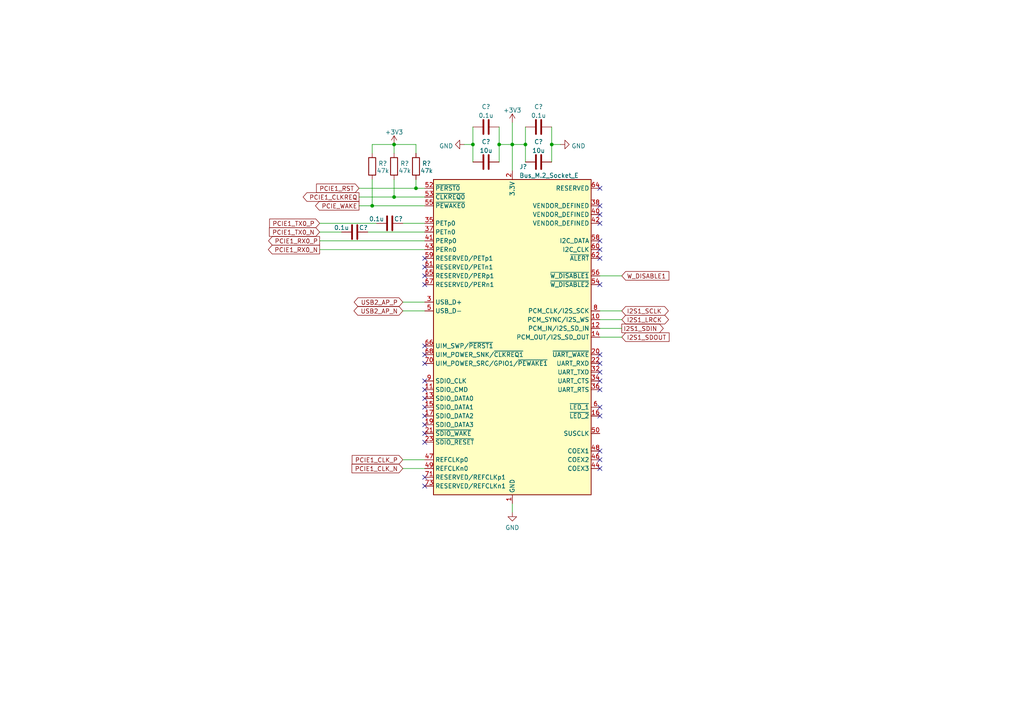
<source format=kicad_sch>
(kicad_sch (version 20211123) (generator eeschema)
  (paper "A4")
  (lib_symbols
    (symbol "Connector:Bus_M.2_Socket_E"
      (property "Reference" "J" (at -22.86 46.99 0))
      (property "Value" "Bus_M.2_Socket_E" (at 16.51 46.99 0))
      (symbol "Bus_M.2_Socket_E_0_1"
        (rectangle (start -22.86 45.72) (end 22.86 -45.72) (stroke (width 0.254)) (fill (type background)))
      )
      (symbol "Bus_M.2_Socket_E_1_1"
        (pin power_in line (at 0 -48.26 90) (length 2.54) (name "GND") (number "1"))
        (pin bidirectional line (at 25.4 5.08 180) (length 2.54) (name "PCM_SYNC/I2S_WS") (number "10"))
        (pin bidirectional line (at -25.4 -15.24 0) (length 2.54) (name "SDIO_CMD") (number "11"))
        (pin input line (at 25.4 2.54 180) (length 2.54) (name "PCM_IN/I2S_SD_IN") (number "12"))
        (pin bidirectional line (at -25.4 -17.78 0) (length 2.54) (name "SDIO_DATA0") (number "13"))
        (pin output line (at 25.4 0 180) (length 2.54) (name "PCM_OUT/I2S_SD_OUT") (number "14"))
        (pin bidirectional line (at -25.4 -20.32 0) (length 2.54) (name "SDIO_DATA1") (number "15"))
        (pin open_collector line (at 25.4 -22.86 180) (length 2.54) (name "~{LED_2}") (number "16"))
        (pin bidirectional line (at -25.4 -22.86 0) (length 2.54) (name "SDIO_DATA2") (number "17"))
        (pin passive line (at 0 -48.26 90) (length 2.54) hide (name "GND") (number "18"))
        (pin bidirectional line (at -25.4 -25.4 0) (length 2.54) (name "SDIO_DATA3") (number "19"))
        (pin power_in line (at 0 48.26 270) (length 2.54) (name "3.3V") (number "2"))
        (pin input line (at 25.4 -5.08 180) (length 2.54) (name "~{UART_WAKE}") (number "20"))
        (pin input line (at -25.4 -27.94 0) (length 2.54) (name "~{SDIO_WAKE}") (number "21"))
        (pin input line (at 25.4 -7.62 180) (length 2.54) (name "UART_RXD") (number "22"))
        (pin output line (at -25.4 -30.48 0) (length 2.54) (name "~{SDIO_RESET}") (number "23"))
        (pin bidirectional line (at -25.4 10.16 0) (length 2.54) (name "USB_D+") (number "3"))
        (pin output line (at 25.4 -10.16 180) (length 2.54) (name "UART_TXD") (number "32"))
        (pin passive line (at 0 -48.26 90) (length 2.54) hide (name "GND") (number "33"))
        (pin input line (at 25.4 -12.7 180) (length 2.54) (name "UART_CTS") (number "34"))
        (pin output line (at -25.4 33.02 0) (length 2.54) (name "PETp0") (number "35"))
        (pin output line (at 25.4 -15.24 180) (length 2.54) (name "UART_RTS") (number "36"))
        (pin output line (at -25.4 30.48 0) (length 2.54) (name "PETn0") (number "37"))
        (pin passive line (at 25.4 38.1 180) (length 2.54) (name "VENDOR_DEFINED") (number "38"))
        (pin passive line (at 0 -48.26 90) (length 2.54) hide (name "GND") (number "39"))
        (pin passive line (at 0 48.26 270) (length 2.54) hide (name "3.3V") (number "4"))
        (pin passive line (at 25.4 35.56 180) (length 2.54) (name "VENDOR_DEFINED") (number "40"))
        (pin input line (at -25.4 27.94 0) (length 2.54) (name "PERp0") (number "41"))
        (pin passive line (at 25.4 33.02 180) (length 2.54) (name "VENDOR_DEFINED") (number "42"))
        (pin input line (at -25.4 25.4 0) (length 2.54) (name "PERn0") (number "43"))
        (pin bidirectional line (at 25.4 -38.1 180) (length 2.54) (name "COEX3") (number "44"))
        (pin passive line (at 0 -48.26 90) (length 2.54) hide (name "GND") (number "45"))
        (pin bidirectional line (at 25.4 -35.56 180) (length 2.54) (name "COEX2") (number "46"))
        (pin output line (at -25.4 -35.56 0) (length 2.54) (name "REFCLKp0") (number "47"))
        (pin bidirectional line (at 25.4 -33.02 180) (length 2.54) (name "COEX1") (number "48"))
        (pin output line (at -25.4 -38.1 0) (length 2.54) (name "REFCLKn0") (number "49"))
        (pin bidirectional line (at -25.4 7.62 0) (length 2.54) (name "USB_D-") (number "5"))
        (pin output line (at 25.4 -27.94 180) (length 2.54) (name "SUSCLK") (number "50"))
        (pin passive line (at 0 -48.26 90) (length 2.54) hide (name "GND") (number "51"))
        (pin output line (at -25.4 43.18 0) (length 2.54) (name "~{PERST0}") (number "52"))
        (pin bidirectional line (at -25.4 40.64 0) (length 2.54) (name "~{CLKREQ0}") (number "53"))
        (pin output line (at 25.4 15.24 180) (length 2.54) (name "~{W_DISABLE2}") (number "54"))
        (pin bidirectional line (at -25.4 38.1 0) (length 2.54) (name "~{PEWAKE0}") (number "55"))
        (pin output line (at 25.4 17.78 180) (length 2.54) (name "~{W_DISABLE1}") (number "56"))
        (pin passive line (at 0 -48.26 90) (length 2.54) hide (name "GND") (number "57"))
        (pin bidirectional line (at 25.4 27.94 180) (length 2.54) (name "I2C_DATA") (number "58"))
        (pin output line (at -25.4 22.86 0) (length 2.54) (name "RESERVED/PETp1") (number "59"))
        (pin open_collector line (at 25.4 -20.32 180) (length 2.54) (name "~{LED_1}") (number "6"))
        (pin output line (at 25.4 25.4 180) (length 2.54) (name "I2C_CLK") (number "60"))
        (pin output line (at -25.4 20.32 0) (length 2.54) (name "RESERVED/PETn1") (number "61"))
        (pin input line (at 25.4 22.86 180) (length 2.54) (name "~{ALERT}") (number "62"))
        (pin passive line (at 0 -48.26 90) (length 2.54) hide (name "GND") (number "63"))
        (pin passive line (at 25.4 43.18 180) (length 2.54) (name "RESERVED") (number "64"))
        (pin input line (at -25.4 17.78 0) (length 2.54) (name "RESERVED/PERp1") (number "65"))
        (pin output line (at -25.4 -2.54 0) (length 2.54) (name "UIM_SWP/~{PERST1}") (number "66"))
        (pin input line (at -25.4 15.24 0) (length 2.54) (name "RESERVED/PERn1") (number "67"))
        (pin bidirectional line (at -25.4 -5.08 0) (length 2.54) (name "UIM_POWER_SNK/~{CLKREQ1}") (number "68"))
        (pin passive line (at 0 -48.26 90) (length 2.54) hide (name "GND") (number "69"))
        (pin passive line (at 0 -48.26 90) (length 2.54) hide (name "GND") (number "7"))
        (pin bidirectional line (at -25.4 -7.62 0) (length 2.54) (name "UIM_POWER_SRC/GPIO1/~{PEWAKE1}") (number "70"))
        (pin output line (at -25.4 -40.64 0) (length 2.54) (name "RESERVED/REFCLKp1") (number "71"))
        (pin passive line (at 0 48.26 270) (length 2.54) hide (name "3.3V") (number "72"))
        (pin output line (at -25.4 -43.18 0) (length 2.54) (name "RESERVED/REFCLKn1") (number "73"))
        (pin passive line (at 0 48.26 270) (length 2.54) hide (name "3.3V") (number "74"))
        (pin passive line (at 0 -48.26 90) (length 2.54) hide (name "GND") (number "75"))
        (pin bidirectional line (at 25.4 7.62 180) (length 2.54) (name "PCM_CLK/I2S_SCK") (number "8"))
        (pin output line (at -25.4 -12.7 0) (length 2.54) (name "SDIO_CLK") (number "9"))
      )
    )
    (symbol "Device:C" (pin_numbers hide) (pin_names (offset 0.254))
      (property "Reference" "C" (at 0.635 2.54 0))
      (property "Value" "C" (at 0.635 -2.54 0))
      (symbol "C_0_1"
        (polyline (pts (xy -2.032 -0.762) (xy 2.032 -0.762)) (stroke (width 0.508)))
        (polyline (pts (xy -2.032 0.762) (xy 2.032 0.762)) (stroke (width 0.508)))
      )
      (symbol "C_1_1"
        (pin passive line (at 0 3.81 270) (length 2.794) (name "~") (number "1"))
        (pin passive line (at 0 -3.81 90) (length 2.794) (name "~") (number "2"))
      )
    )
    (symbol "Device:R" (pin_numbers hide) (pin_names (offset 0))
      (property "Reference" "R" (at 2.032 0 90))
      (property "Value" "R" (at 0 0 90))
      (symbol "R_0_1"
        (rectangle (start -1.016 -2.54) (end 1.016 2.54) (stroke (width 0.254)))
      )
      (symbol "R_1_1"
        (pin passive line (at 0 3.81 270) (length 1.27) (name "~") (number "1"))
        (pin passive line (at 0 -3.81 90) (length 1.27) (name "~") (number "2"))
      )
    )
    (symbol "power:+3.3V" (power) (pin_names (offset 0))
      (property "Value" "+3.3V" (at 0 3.556 0))
      (symbol "+3.3V_0_1"
        (polyline (pts (xy -0.762 1.27) (xy 0 2.54)))
        (polyline (pts (xy 0 0) (xy 0 2.54)))
        (polyline (pts (xy 0 2.54) (xy 0.762 1.27)))
      )
      (symbol "+3.3V_1_1"
        (pin power_in line (at 0 0 90) (length 0) hide (name "+3V3") (number "1"))
      )
    )
    (symbol "power:GND" (power) (pin_names (offset 0))
      (property "Value" "GND" (at 0 -3.81 0))
      (symbol "GND_0_1"
        (polyline (pts (xy 0 0) (xy 0 -1.27) (xy 1.27 -1.27) (xy 0 -2.54) (xy -1.27 -1.27) (xy 0 -1.27)))
      )
      (symbol "GND_1_1"
        (pin power_in line (at 0 0 270) (length 0) hide (name "GND") (number "1"))
      )
    )
  )
  (junction (at 137.16 41.91))
  (junction (at 144.78 41.91))
  (junction (at 148.59 41.91))
  (junction (at 114.3 41.91))
  (junction (at 114.3 57.15))
  (junction (at 152.4 41.91))
  (junction (at 160.02 41.91))
  (junction (at 120.65 54.61))
  (junction (at 107.95 59.69))
  (no_connect (at 123.19 140.97))
  (no_connect (at 123.19 138.43))
  (no_connect (at 123.19 82.55))
  (no_connect (at 123.19 80.01))
  (no_connect (at 123.19 77.47))
  (no_connect (at 123.19 74.93))
  (no_connect (at 173.99 130.81))
  (no_connect (at 173.99 133.35))
  (no_connect (at 173.99 135.89))
  (no_connect (at 173.99 120.65))
  (no_connect (at 173.99 118.11))
  (no_connect (at 123.19 100.33))
  (no_connect (at 123.19 102.87))
  (no_connect (at 123.19 105.41))
  (no_connect (at 173.99 59.69))
  (no_connect (at 173.99 54.61))
  (no_connect (at 173.99 64.77))
  (no_connect (at 173.99 62.23))
  (no_connect (at 173.99 72.39))
  (no_connect (at 173.99 69.85))
  (no_connect (at 173.99 102.87))
  (no_connect (at 173.99 105.41))
  (no_connect (at 173.99 107.95))
  (no_connect (at 173.99 110.49))
  (no_connect (at 173.99 113.03))
  (no_connect (at 173.99 82.55))
  (no_connect (at 173.99 74.93))
  (no_connect (at 123.19 115.57))
  (no_connect (at 123.19 113.03))
  (no_connect (at 123.19 110.49))
  (no_connect (at 123.19 123.19))
  (no_connect (at 123.19 120.65))
  (no_connect (at 123.19 118.11))
  (no_connect (at 123.19 128.27))
  (no_connect (at 123.19 125.73))
  (wire (pts (xy 120.65 44.45) (xy 120.65 41.91)))
  (wire (pts (xy 173.99 80.01) (xy 180.34 80.01)))
  (wire (pts (xy 148.59 146.05) (xy 148.59 148.59)))
  (wire (pts (xy 116.84 87.63) (xy 123.19 87.63)))
  (wire (pts (xy 120.65 41.91) (xy 114.3 41.91)))
  (wire (pts (xy 104.14 59.69) (xy 107.95 59.69)))
  (wire (pts (xy 114.3 52.07) (xy 114.3 57.15)))
  (wire (pts (xy 116.84 90.17) (xy 123.19 90.17)))
  (wire (pts (xy 137.16 36.83) (xy 137.16 41.91)))
  (wire (pts (xy 107.95 44.45) (xy 107.95 41.91)))
  (wire (pts (xy 160.02 41.91) (xy 162.56 41.91)))
  (wire (pts (xy 92.71 69.85) (xy 123.19 69.85)))
  (wire (pts (xy 116.84 133.35) (xy 123.19 133.35)))
  (wire (pts (xy 106.68 67.31) (xy 123.19 67.31)))
  (wire (pts (xy 144.78 41.91) (xy 148.59 41.91)))
  (wire (pts (xy 120.65 54.61) (xy 123.19 54.61)))
  (wire (pts (xy 107.95 41.91) (xy 114.3 41.91)))
  (wire (pts (xy 144.78 41.91) (xy 144.78 46.99)))
  (wire (pts (xy 104.14 54.61) (xy 120.65 54.61)))
  (wire (pts (xy 144.78 36.83) (xy 144.78 41.91)))
  (wire (pts (xy 123.19 57.15) (xy 114.3 57.15)))
  (wire (pts (xy 137.16 41.91) (xy 137.16 46.99)))
  (wire (pts (xy 148.59 35.56) (xy 148.59 41.91)))
  (wire (pts (xy 92.71 64.77) (xy 109.22 64.77)))
  (wire (pts (xy 152.4 41.91) (xy 152.4 46.99)))
  (wire (pts (xy 114.3 41.91) (xy 114.3 44.45)))
  (wire (pts (xy 107.95 52.07) (xy 107.95 59.69)))
  (wire (pts (xy 173.99 95.25) (xy 180.34 95.25)))
  (wire (pts (xy 160.02 36.83) (xy 160.02 41.91)))
  (wire (pts (xy 104.14 57.15) (xy 114.3 57.15)))
  (wire (pts (xy 107.95 59.69) (xy 123.19 59.69)))
  (wire (pts (xy 160.02 41.91) (xy 160.02 46.99)))
  (wire (pts (xy 148.59 41.91) (xy 152.4 41.91)))
  (wire (pts (xy 148.59 41.91) (xy 148.59 49.53)))
  (wire (pts (xy 92.71 67.31) (xy 99.06 67.31)))
  (wire (pts (xy 173.99 97.79) (xy 180.34 97.79)))
  (wire (pts (xy 173.99 90.17) (xy 180.34 90.17)))
  (wire (pts (xy 92.71 72.39) (xy 123.19 72.39)))
  (wire (pts (xy 120.65 52.07) (xy 120.65 54.61)))
  (wire (pts (xy 116.84 135.89) (xy 123.19 135.89)))
  (wire (pts (xy 152.4 36.83) (xy 152.4 41.91)))
  (wire (pts (xy 173.99 92.71) (xy 180.34 92.71)))
  (wire (pts (xy 116.84 64.77) (xy 123.19 64.77)))
  (wire (pts (xy 134.62 41.91) (xy 137.16 41.91)))
  (global_label "PCIE1_CLKREQ" (shape output) (at 104.14 57.15 180) (property "Intersheet References" "${INTERSHEET_REFS}" (effects hide)))
  (global_label "I2S1_LRCK" (shape bidirectional) (at 180.34 92.71 0) (property "Intersheet References" "${INTERSHEET_REFS}" (effects hide)))
  (global_label "PCIE1_TX0_N" (shape input) (at 92.71 67.31 180) (property "Intersheet References" "${INTERSHEET_REFS}" (effects hide)))
  (global_label "I2S1_SDOUT" (shape input) (at 180.34 97.79 0) (property "Intersheet References" "${INTERSHEET_REFS}" (effects hide)))
  (global_label "I2S1_SDIN" (shape output) (at 180.34 95.25 0) (property "Intersheet References" "${INTERSHEET_REFS}" (effects hide)))
  (global_label "PCIE1_RST" (shape input) (at 104.14 54.61 180) (property "Intersheet References" "${INTERSHEET_REFS}" (effects hide)))
  (global_label "PCIE1_TX0_P" (shape input) (at 92.71 64.77 180) (property "Intersheet References" "${INTERSHEET_REFS}" (effects hide)))
  (global_label "W_DISABLE1" (shape input) (at 180.34 80.01 0) (property "Intersheet References" "${INTERSHEET_REFS}" (effects hide)))
  (global_label "PCIE_WAKE" (shape output) (at 104.14 59.69 180) (property "Intersheet References" "${INTERSHEET_REFS}" (effects hide)))
  (global_label "PCIE1_CLK_P" (shape input) (at 116.84 133.35 180) (property "Intersheet References" "${INTERSHEET_REFS}" (effects hide)))
  (global_label "PCIE1_RX0_N" (shape output) (at 92.71 72.39 180) (property "Intersheet References" "${INTERSHEET_REFS}" (effects hide)))
  (global_label "PCIE1_CLK_N" (shape input) (at 116.84 135.89 180) (property "Intersheet References" "${INTERSHEET_REFS}" (effects hide)))
  (global_label "I2S1_SCLK" (shape bidirectional) (at 180.34 90.17 0) (property "Intersheet References" "${INTERSHEET_REFS}" (effects hide)))
  (global_label "USB2_AP_P" (shape bidirectional) (at 116.84 87.63 180) (property "Intersheet References" "${INTERSHEET_REFS}" (effects hide)))
  (global_label "PCIE1_RX0_P" (shape output) (at 92.71 69.85 180) (property "Intersheet References" "${INTERSHEET_REFS}" (effects hide)))
  (global_label "USB2_AP_N" (shape bidirectional) (at 116.84 90.17 180) (property "Intersheet References" "${INTERSHEET_REFS}" (effects hide)))
  (symbol (lib_id "Device:C") (at 102.87 67.31 90) (unit 1)
    (property "Reference" "C?" (at 105.41 66.04 90))
    (property "Value" "0.1u" (at 99.06 66.04 90))
  )
  (symbol (lib_id "Device:C") (at 156.21 46.99 90) (unit 1)
    (property "Reference" "C?" (at 156.21 41.1312 90))
    (property "Value" "10u" (at 156.21 43.6681 90))
  )
  (symbol (lib_id "Device:C") (at 156.21 36.83 90) (unit 1)
    (property "Reference" "C?" (at 156.21 30.9712 90))
    (property "Value" "0.1u" (at 156.21 33.5081 90))
  )
  (symbol (lib_id "Device:C") (at 113.03 64.77 90) (unit 1)
    (property "Reference" "C?" (at 115.57 63.5 90))
    (property "Value" "0.1u" (at 109.22 63.5 90))
  )
  (symbol (lib_id "power:GND") (at 134.62 41.91 270) (unit 1)
    (property "Reference" "#PWR?" (effects hide))
    (property "Value" "GND" (at 131.4451 42.3438 90) (effects (justify right)))
  )
  (symbol (lib_id "Device:R") (at 120.65 48.26 0) (unit 1)
    (property "Reference" "R?" (at 122.428 47.4253 0) (effects (justify left)))
    (property "Value" "47k" (at 121.92 49.53 0) (effects (justify left)))
  )
  (symbol (lib_id "power:GND") (at 162.56 41.91 90) (unit 1)
    (property "Reference" "#PWR?" (effects hide))
    (property "Value" "GND" (at 165.735 42.3438 90) (effects (justify right)))
  )
  (symbol (lib_id "Device:R") (at 107.95 48.26 0) (unit 1)
    (property "Reference" "R?" (at 109.728 47.4253 0) (effects (justify left)))
    (property "Value" "47k" (at 109.22 49.53 0) (effects (justify left)))
  )
  (symbol (lib_id "Device:C") (at 140.97 46.99 90) (unit 1)
    (property "Reference" "C?" (at 140.97 41.1312 90))
    (property "Value" "10u" (at 140.97 43.6681 90))
  )
  (symbol (lib_id "Device:R") (at 114.3 48.26 0) (unit 1)
    (property "Reference" "R?" (at 116.078 47.4253 0) (effects (justify left)))
    (property "Value" "47k" (at 115.57 49.53 0) (effects (justify left)))
  )
  (symbol (lib_id "Device:C") (at 140.97 36.83 90) (unit 1)
    (property "Reference" "C?" (at 140.97 30.9712 90))
    (property "Value" "0.1u" (at 140.97 33.5081 90))
  )
  (symbol (lib_id "power:GND") (at 148.59 148.59 0) (unit 1)
    (property "Reference" "#PWR?" (effects hide))
    (property "Value" "GND" (at 148.59 153.0334 0))
  )
  (symbol (lib_id "Connector:Bus_M.2_Socket_E") (at 148.59 97.79 0) (unit 1)
    (property "Reference" "J?" (at 150.6094 48.3702 0) (effects (justify left)))
    (property "Value" "Bus_M.2_Socket_E" (at 150.6094 50.9071 0) (effects (justify left)))
    (property "Datasheet" "http://read.pudn.com/downloads794/doc/project/3133918/PCIe_M.2_Electromechanical_Spec_Rev1.0_Final_11012013_RS_Clean.pdf#page=150" (effects hide))
  )
  (symbol (lib_id "power:+3.3V") (at 114.3 41.91 0) (unit 1)
    (property "Reference" "#PWR?" (effects hide))
    (property "Value" "+3.3V" (at 114.3 38.3342 0))
  )
  (symbol (lib_id "power:+3.3V") (at 148.59 35.56 0) (unit 1)
    (property "Reference" "#PWR?" (effects hide))
    (property "Value" "+3.3V" (at 148.59 31.9842 0))
  )
)
</source>
